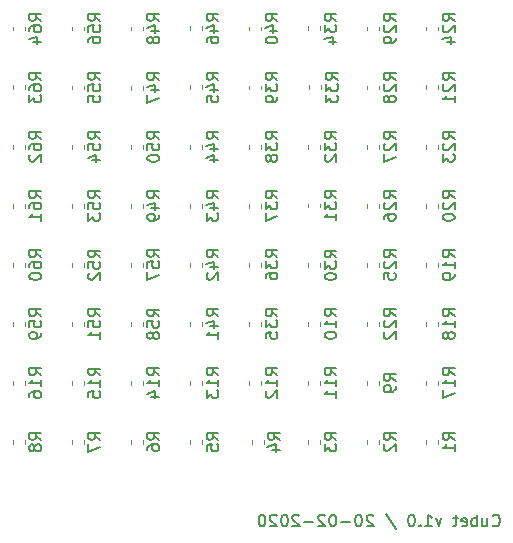
<source format=gbo>
G04 #@! TF.GenerationSoftware,KiCad,Pcbnew,5.1.5*
G04 #@! TF.CreationDate,2020-02-20T21:28:11+01:00*
G04 #@! TF.ProjectId,cubet_leds,63756265-745f-46c6-9564-732e6b696361,rev?*
G04 #@! TF.SameCoordinates,Original*
G04 #@! TF.FileFunction,Legend,Bot*
G04 #@! TF.FilePolarity,Positive*
%FSLAX46Y46*%
G04 Gerber Fmt 4.6, Leading zero omitted, Abs format (unit mm)*
G04 Created by KiCad (PCBNEW 5.1.5) date 2020-02-20 21:28:11*
%MOMM*%
%LPD*%
G04 APERTURE LIST*
%ADD10C,0.150000*%
%ADD11C,0.120000*%
G04 APERTURE END LIST*
D10*
X99095238Y-99557142D02*
X99142857Y-99604761D01*
X99285714Y-99652380D01*
X99380952Y-99652380D01*
X99523809Y-99604761D01*
X99619047Y-99509523D01*
X99666666Y-99414285D01*
X99714285Y-99223809D01*
X99714285Y-99080952D01*
X99666666Y-98890476D01*
X99619047Y-98795238D01*
X99523809Y-98700000D01*
X99380952Y-98652380D01*
X99285714Y-98652380D01*
X99142857Y-98700000D01*
X99095238Y-98747619D01*
X98238095Y-98985714D02*
X98238095Y-99652380D01*
X98666666Y-98985714D02*
X98666666Y-99509523D01*
X98619047Y-99604761D01*
X98523809Y-99652380D01*
X98380952Y-99652380D01*
X98285714Y-99604761D01*
X98238095Y-99557142D01*
X97761904Y-99652380D02*
X97761904Y-98652380D01*
X97761904Y-99033333D02*
X97666666Y-98985714D01*
X97476190Y-98985714D01*
X97380952Y-99033333D01*
X97333333Y-99080952D01*
X97285714Y-99176190D01*
X97285714Y-99461904D01*
X97333333Y-99557142D01*
X97380952Y-99604761D01*
X97476190Y-99652380D01*
X97666666Y-99652380D01*
X97761904Y-99604761D01*
X96476190Y-99604761D02*
X96571428Y-99652380D01*
X96761904Y-99652380D01*
X96857142Y-99604761D01*
X96904761Y-99509523D01*
X96904761Y-99128571D01*
X96857142Y-99033333D01*
X96761904Y-98985714D01*
X96571428Y-98985714D01*
X96476190Y-99033333D01*
X96428571Y-99128571D01*
X96428571Y-99223809D01*
X96904761Y-99319047D01*
X96142857Y-98985714D02*
X95761904Y-98985714D01*
X96000000Y-98652380D02*
X96000000Y-99509523D01*
X95952380Y-99604761D01*
X95857142Y-99652380D01*
X95761904Y-99652380D01*
X94761904Y-98985714D02*
X94523809Y-99652380D01*
X94285714Y-98985714D01*
X93380952Y-99652380D02*
X93952380Y-99652380D01*
X93666666Y-99652380D02*
X93666666Y-98652380D01*
X93761904Y-98795238D01*
X93857142Y-98890476D01*
X93952380Y-98938095D01*
X92952380Y-99557142D02*
X92904761Y-99604761D01*
X92952380Y-99652380D01*
X93000000Y-99604761D01*
X92952380Y-99557142D01*
X92952380Y-99652380D01*
X92285714Y-98652380D02*
X92190476Y-98652380D01*
X92095238Y-98700000D01*
X92047619Y-98747619D01*
X92000000Y-98842857D01*
X91952380Y-99033333D01*
X91952380Y-99271428D01*
X92000000Y-99461904D01*
X92047619Y-99557142D01*
X92095238Y-99604761D01*
X92190476Y-99652380D01*
X92285714Y-99652380D01*
X92380952Y-99604761D01*
X92428571Y-99557142D01*
X92476190Y-99461904D01*
X92523809Y-99271428D01*
X92523809Y-99033333D01*
X92476190Y-98842857D01*
X92428571Y-98747619D01*
X92380952Y-98700000D01*
X92285714Y-98652380D01*
X90047619Y-98604761D02*
X90904761Y-99890476D01*
X89000000Y-98747619D02*
X88952380Y-98700000D01*
X88857142Y-98652380D01*
X88619047Y-98652380D01*
X88523809Y-98700000D01*
X88476190Y-98747619D01*
X88428571Y-98842857D01*
X88428571Y-98938095D01*
X88476190Y-99080952D01*
X89047619Y-99652380D01*
X88428571Y-99652380D01*
X87809523Y-98652380D02*
X87714285Y-98652380D01*
X87619047Y-98700000D01*
X87571428Y-98747619D01*
X87523809Y-98842857D01*
X87476190Y-99033333D01*
X87476190Y-99271428D01*
X87523809Y-99461904D01*
X87571428Y-99557142D01*
X87619047Y-99604761D01*
X87714285Y-99652380D01*
X87809523Y-99652380D01*
X87904761Y-99604761D01*
X87952380Y-99557142D01*
X88000000Y-99461904D01*
X88047619Y-99271428D01*
X88047619Y-99033333D01*
X88000000Y-98842857D01*
X87952380Y-98747619D01*
X87904761Y-98700000D01*
X87809523Y-98652380D01*
X87047619Y-99271428D02*
X86285714Y-99271428D01*
X85619047Y-98652380D02*
X85523809Y-98652380D01*
X85428571Y-98700000D01*
X85380952Y-98747619D01*
X85333333Y-98842857D01*
X85285714Y-99033333D01*
X85285714Y-99271428D01*
X85333333Y-99461904D01*
X85380952Y-99557142D01*
X85428571Y-99604761D01*
X85523809Y-99652380D01*
X85619047Y-99652380D01*
X85714285Y-99604761D01*
X85761904Y-99557142D01*
X85809523Y-99461904D01*
X85857142Y-99271428D01*
X85857142Y-99033333D01*
X85809523Y-98842857D01*
X85761904Y-98747619D01*
X85714285Y-98700000D01*
X85619047Y-98652380D01*
X84904761Y-98747619D02*
X84857142Y-98700000D01*
X84761904Y-98652380D01*
X84523809Y-98652380D01*
X84428571Y-98700000D01*
X84380952Y-98747619D01*
X84333333Y-98842857D01*
X84333333Y-98938095D01*
X84380952Y-99080952D01*
X84952380Y-99652380D01*
X84333333Y-99652380D01*
X83904761Y-99271428D02*
X83142857Y-99271428D01*
X82714285Y-98747619D02*
X82666666Y-98700000D01*
X82571428Y-98652380D01*
X82333333Y-98652380D01*
X82238095Y-98700000D01*
X82190476Y-98747619D01*
X82142857Y-98842857D01*
X82142857Y-98938095D01*
X82190476Y-99080952D01*
X82761904Y-99652380D01*
X82142857Y-99652380D01*
X81523809Y-98652380D02*
X81428571Y-98652380D01*
X81333333Y-98700000D01*
X81285714Y-98747619D01*
X81238095Y-98842857D01*
X81190476Y-99033333D01*
X81190476Y-99271428D01*
X81238095Y-99461904D01*
X81285714Y-99557142D01*
X81333333Y-99604761D01*
X81428571Y-99652380D01*
X81523809Y-99652380D01*
X81619047Y-99604761D01*
X81666666Y-99557142D01*
X81714285Y-99461904D01*
X81761904Y-99271428D01*
X81761904Y-99033333D01*
X81714285Y-98842857D01*
X81666666Y-98747619D01*
X81619047Y-98700000D01*
X81523809Y-98652380D01*
X80809523Y-98747619D02*
X80761904Y-98700000D01*
X80666666Y-98652380D01*
X80428571Y-98652380D01*
X80333333Y-98700000D01*
X80285714Y-98747619D01*
X80238095Y-98842857D01*
X80238095Y-98938095D01*
X80285714Y-99080952D01*
X80857142Y-99652380D01*
X80238095Y-99652380D01*
X79619047Y-98652380D02*
X79523809Y-98652380D01*
X79428571Y-98700000D01*
X79380952Y-98747619D01*
X79333333Y-98842857D01*
X79285714Y-99033333D01*
X79285714Y-99271428D01*
X79333333Y-99461904D01*
X79380952Y-99557142D01*
X79428571Y-99604761D01*
X79523809Y-99652380D01*
X79619047Y-99652380D01*
X79714285Y-99604761D01*
X79761904Y-99557142D01*
X79809523Y-99461904D01*
X79857142Y-99271428D01*
X79857142Y-99033333D01*
X79809523Y-98842857D01*
X79761904Y-98747619D01*
X79714285Y-98700000D01*
X79619047Y-98652380D01*
D11*
X58490000Y-57662779D02*
X58490000Y-57337221D01*
X59510000Y-57662779D02*
X59510000Y-57337221D01*
X58490000Y-62650279D02*
X58490000Y-62324721D01*
X59510000Y-62650279D02*
X59510000Y-62324721D01*
X58490000Y-67662779D02*
X58490000Y-67337221D01*
X59510000Y-67662779D02*
X59510000Y-67337221D01*
X58490000Y-72662779D02*
X58490000Y-72337221D01*
X59510000Y-72662779D02*
X59510000Y-72337221D01*
X58490000Y-77662779D02*
X58490000Y-77337221D01*
X59510000Y-77662779D02*
X59510000Y-77337221D01*
X58490000Y-82662779D02*
X58490000Y-82337221D01*
X59510000Y-82662779D02*
X59510000Y-82337221D01*
X68490000Y-82675279D02*
X68490000Y-82349721D01*
X69510000Y-82675279D02*
X69510000Y-82349721D01*
X68490000Y-77650279D02*
X68490000Y-77324721D01*
X69510000Y-77650279D02*
X69510000Y-77324721D01*
X63490000Y-57662779D02*
X63490000Y-57337221D01*
X64510000Y-57662779D02*
X64510000Y-57337221D01*
X63490000Y-62662779D02*
X63490000Y-62337221D01*
X64510000Y-62662779D02*
X64510000Y-62337221D01*
X63490000Y-67662779D02*
X63490000Y-67337221D01*
X64510000Y-67662779D02*
X64510000Y-67337221D01*
X63490000Y-72662779D02*
X63490000Y-72337221D01*
X64510000Y-72662779D02*
X64510000Y-72337221D01*
X63490000Y-77675279D02*
X63490000Y-77349721D01*
X64510000Y-77675279D02*
X64510000Y-77349721D01*
X63490000Y-82662779D02*
X63490000Y-82337221D01*
X64510000Y-82662779D02*
X64510000Y-82337221D01*
X68490000Y-67662779D02*
X68490000Y-67337221D01*
X69510000Y-67662779D02*
X69510000Y-67337221D01*
X68490000Y-72662779D02*
X68490000Y-72337221D01*
X69510000Y-72662779D02*
X69510000Y-72337221D01*
X68490000Y-57662779D02*
X68490000Y-57337221D01*
X69510000Y-57662779D02*
X69510000Y-57337221D01*
X68490000Y-62675279D02*
X68490000Y-62349721D01*
X69510000Y-62675279D02*
X69510000Y-62349721D01*
X73490000Y-57650279D02*
X73490000Y-57324721D01*
X74510000Y-57650279D02*
X74510000Y-57324721D01*
X73490000Y-62650279D02*
X73490000Y-62324721D01*
X74510000Y-62650279D02*
X74510000Y-62324721D01*
X73490000Y-67662779D02*
X73490000Y-67337221D01*
X74510000Y-67662779D02*
X74510000Y-67337221D01*
X73490000Y-72662779D02*
X73490000Y-72337221D01*
X74510000Y-72662779D02*
X74510000Y-72337221D01*
X73490000Y-77662779D02*
X73490000Y-77337221D01*
X74510000Y-77662779D02*
X74510000Y-77337221D01*
X73490000Y-82650279D02*
X73490000Y-82324721D01*
X74510000Y-82650279D02*
X74510000Y-82324721D01*
X78490000Y-57662779D02*
X78490000Y-57337221D01*
X79510000Y-57662779D02*
X79510000Y-57337221D01*
X78490000Y-62662779D02*
X78490000Y-62337221D01*
X79510000Y-62662779D02*
X79510000Y-62337221D01*
X78490000Y-67662779D02*
X78490000Y-67337221D01*
X79510000Y-67662779D02*
X79510000Y-67337221D01*
X78490000Y-72662779D02*
X78490000Y-72337221D01*
X79510000Y-72662779D02*
X79510000Y-72337221D01*
X78490000Y-77650279D02*
X78490000Y-77324721D01*
X79510000Y-77650279D02*
X79510000Y-77324721D01*
X78490000Y-82662779D02*
X78490000Y-82337221D01*
X79510000Y-82662779D02*
X79510000Y-82337221D01*
X83490000Y-57650279D02*
X83490000Y-57324721D01*
X84510000Y-57650279D02*
X84510000Y-57324721D01*
X83590000Y-62650279D02*
X83590000Y-62324721D01*
X84610000Y-62650279D02*
X84610000Y-62324721D01*
X83490000Y-67662779D02*
X83490000Y-67337221D01*
X84510000Y-67662779D02*
X84510000Y-67337221D01*
X83490000Y-72650279D02*
X83490000Y-72324721D01*
X84510000Y-72650279D02*
X84510000Y-72324721D01*
X83490000Y-77675279D02*
X83490000Y-77349721D01*
X84510000Y-77675279D02*
X84510000Y-77349721D01*
X88490000Y-57662779D02*
X88490000Y-57337221D01*
X89510000Y-57662779D02*
X89510000Y-57337221D01*
X88490000Y-62662779D02*
X88490000Y-62337221D01*
X89510000Y-62662779D02*
X89510000Y-62337221D01*
X88490000Y-67662779D02*
X88490000Y-67337221D01*
X89510000Y-67662779D02*
X89510000Y-67337221D01*
X88490000Y-72662779D02*
X88490000Y-72337221D01*
X89510000Y-72662779D02*
X89510000Y-72337221D01*
X88490000Y-77662779D02*
X88490000Y-77337221D01*
X89510000Y-77662779D02*
X89510000Y-77337221D01*
X93490000Y-57662779D02*
X93490000Y-57337221D01*
X94510000Y-57662779D02*
X94510000Y-57337221D01*
X93490000Y-67662779D02*
X93490000Y-67337221D01*
X94510000Y-67662779D02*
X94510000Y-67337221D01*
X88490000Y-82662779D02*
X88490000Y-82337221D01*
X89510000Y-82662779D02*
X89510000Y-82337221D01*
X93490000Y-62650279D02*
X93490000Y-62324721D01*
X94510000Y-62650279D02*
X94510000Y-62324721D01*
X94510000Y-72662779D02*
X94510000Y-72337221D01*
X93490000Y-72662779D02*
X93490000Y-72337221D01*
X94510000Y-77662779D02*
X94510000Y-77337221D01*
X93490000Y-77662779D02*
X93490000Y-77337221D01*
X94510000Y-82662779D02*
X94510000Y-82337221D01*
X93490000Y-82662779D02*
X93490000Y-82337221D01*
X94510000Y-87650279D02*
X94510000Y-87324721D01*
X93490000Y-87650279D02*
X93490000Y-87324721D01*
X58490000Y-87662779D02*
X58490000Y-87337221D01*
X59510000Y-87662779D02*
X59510000Y-87337221D01*
X63490000Y-87675279D02*
X63490000Y-87349721D01*
X64510000Y-87675279D02*
X64510000Y-87349721D01*
X68490000Y-87662779D02*
X68490000Y-87337221D01*
X69510000Y-87662779D02*
X69510000Y-87337221D01*
X73490000Y-87662779D02*
X73490000Y-87337221D01*
X74510000Y-87662779D02*
X74510000Y-87337221D01*
X78490000Y-87662779D02*
X78490000Y-87337221D01*
X79510000Y-87662779D02*
X79510000Y-87337221D01*
X83490000Y-87662779D02*
X83490000Y-87337221D01*
X84510000Y-87662779D02*
X84510000Y-87337221D01*
X83490000Y-82650279D02*
X83490000Y-82324721D01*
X84510000Y-82650279D02*
X84510000Y-82324721D01*
X88490000Y-87662779D02*
X88490000Y-87337221D01*
X89510000Y-87662779D02*
X89510000Y-87337221D01*
X58490000Y-92662779D02*
X58490000Y-92337221D01*
X59510000Y-92662779D02*
X59510000Y-92337221D01*
X63490000Y-92662779D02*
X63490000Y-92337221D01*
X64510000Y-92662779D02*
X64510000Y-92337221D01*
X68490000Y-92650279D02*
X68490000Y-92324721D01*
X69510000Y-92650279D02*
X69510000Y-92324721D01*
X73490000Y-92662779D02*
X73490000Y-92337221D01*
X74510000Y-92662779D02*
X74510000Y-92337221D01*
X78690000Y-92662779D02*
X78690000Y-92337221D01*
X79710000Y-92662779D02*
X79710000Y-92337221D01*
X83490000Y-92662779D02*
X83490000Y-92337221D01*
X84510000Y-92662779D02*
X84510000Y-92337221D01*
X88490000Y-92650279D02*
X88490000Y-92324721D01*
X89510000Y-92650279D02*
X89510000Y-92324721D01*
X93490000Y-92662779D02*
X93490000Y-92337221D01*
X94510000Y-92662779D02*
X94510000Y-92337221D01*
D10*
X60882380Y-56857142D02*
X60406190Y-56523809D01*
X60882380Y-56285714D02*
X59882380Y-56285714D01*
X59882380Y-56666666D01*
X59930000Y-56761904D01*
X59977619Y-56809523D01*
X60072857Y-56857142D01*
X60215714Y-56857142D01*
X60310952Y-56809523D01*
X60358571Y-56761904D01*
X60406190Y-56666666D01*
X60406190Y-56285714D01*
X59882380Y-57714285D02*
X59882380Y-57523809D01*
X59930000Y-57428571D01*
X59977619Y-57380952D01*
X60120476Y-57285714D01*
X60310952Y-57238095D01*
X60691904Y-57238095D01*
X60787142Y-57285714D01*
X60834761Y-57333333D01*
X60882380Y-57428571D01*
X60882380Y-57619047D01*
X60834761Y-57714285D01*
X60787142Y-57761904D01*
X60691904Y-57809523D01*
X60453809Y-57809523D01*
X60358571Y-57761904D01*
X60310952Y-57714285D01*
X60263333Y-57619047D01*
X60263333Y-57428571D01*
X60310952Y-57333333D01*
X60358571Y-57285714D01*
X60453809Y-57238095D01*
X60215714Y-58666666D02*
X60882380Y-58666666D01*
X59834761Y-58428571D02*
X60549047Y-58190476D01*
X60549047Y-58809523D01*
X60882380Y-61844642D02*
X60406190Y-61511309D01*
X60882380Y-61273214D02*
X59882380Y-61273214D01*
X59882380Y-61654166D01*
X59930000Y-61749404D01*
X59977619Y-61797023D01*
X60072857Y-61844642D01*
X60215714Y-61844642D01*
X60310952Y-61797023D01*
X60358571Y-61749404D01*
X60406190Y-61654166D01*
X60406190Y-61273214D01*
X59882380Y-62701785D02*
X59882380Y-62511309D01*
X59930000Y-62416071D01*
X59977619Y-62368452D01*
X60120476Y-62273214D01*
X60310952Y-62225595D01*
X60691904Y-62225595D01*
X60787142Y-62273214D01*
X60834761Y-62320833D01*
X60882380Y-62416071D01*
X60882380Y-62606547D01*
X60834761Y-62701785D01*
X60787142Y-62749404D01*
X60691904Y-62797023D01*
X60453809Y-62797023D01*
X60358571Y-62749404D01*
X60310952Y-62701785D01*
X60263333Y-62606547D01*
X60263333Y-62416071D01*
X60310952Y-62320833D01*
X60358571Y-62273214D01*
X60453809Y-62225595D01*
X59882380Y-63130357D02*
X59882380Y-63749404D01*
X60263333Y-63416071D01*
X60263333Y-63558928D01*
X60310952Y-63654166D01*
X60358571Y-63701785D01*
X60453809Y-63749404D01*
X60691904Y-63749404D01*
X60787142Y-63701785D01*
X60834761Y-63654166D01*
X60882380Y-63558928D01*
X60882380Y-63273214D01*
X60834761Y-63177976D01*
X60787142Y-63130357D01*
X60882380Y-66857142D02*
X60406190Y-66523809D01*
X60882380Y-66285714D02*
X59882380Y-66285714D01*
X59882380Y-66666666D01*
X59930000Y-66761904D01*
X59977619Y-66809523D01*
X60072857Y-66857142D01*
X60215714Y-66857142D01*
X60310952Y-66809523D01*
X60358571Y-66761904D01*
X60406190Y-66666666D01*
X60406190Y-66285714D01*
X59882380Y-67714285D02*
X59882380Y-67523809D01*
X59930000Y-67428571D01*
X59977619Y-67380952D01*
X60120476Y-67285714D01*
X60310952Y-67238095D01*
X60691904Y-67238095D01*
X60787142Y-67285714D01*
X60834761Y-67333333D01*
X60882380Y-67428571D01*
X60882380Y-67619047D01*
X60834761Y-67714285D01*
X60787142Y-67761904D01*
X60691904Y-67809523D01*
X60453809Y-67809523D01*
X60358571Y-67761904D01*
X60310952Y-67714285D01*
X60263333Y-67619047D01*
X60263333Y-67428571D01*
X60310952Y-67333333D01*
X60358571Y-67285714D01*
X60453809Y-67238095D01*
X59977619Y-68190476D02*
X59930000Y-68238095D01*
X59882380Y-68333333D01*
X59882380Y-68571428D01*
X59930000Y-68666666D01*
X59977619Y-68714285D01*
X60072857Y-68761904D01*
X60168095Y-68761904D01*
X60310952Y-68714285D01*
X60882380Y-68142857D01*
X60882380Y-68761904D01*
X60882380Y-71857142D02*
X60406190Y-71523809D01*
X60882380Y-71285714D02*
X59882380Y-71285714D01*
X59882380Y-71666666D01*
X59930000Y-71761904D01*
X59977619Y-71809523D01*
X60072857Y-71857142D01*
X60215714Y-71857142D01*
X60310952Y-71809523D01*
X60358571Y-71761904D01*
X60406190Y-71666666D01*
X60406190Y-71285714D01*
X59882380Y-72714285D02*
X59882380Y-72523809D01*
X59930000Y-72428571D01*
X59977619Y-72380952D01*
X60120476Y-72285714D01*
X60310952Y-72238095D01*
X60691904Y-72238095D01*
X60787142Y-72285714D01*
X60834761Y-72333333D01*
X60882380Y-72428571D01*
X60882380Y-72619047D01*
X60834761Y-72714285D01*
X60787142Y-72761904D01*
X60691904Y-72809523D01*
X60453809Y-72809523D01*
X60358571Y-72761904D01*
X60310952Y-72714285D01*
X60263333Y-72619047D01*
X60263333Y-72428571D01*
X60310952Y-72333333D01*
X60358571Y-72285714D01*
X60453809Y-72238095D01*
X60882380Y-73761904D02*
X60882380Y-73190476D01*
X60882380Y-73476190D02*
X59882380Y-73476190D01*
X60025238Y-73380952D01*
X60120476Y-73285714D01*
X60168095Y-73190476D01*
X60882380Y-76857142D02*
X60406190Y-76523809D01*
X60882380Y-76285714D02*
X59882380Y-76285714D01*
X59882380Y-76666666D01*
X59930000Y-76761904D01*
X59977619Y-76809523D01*
X60072857Y-76857142D01*
X60215714Y-76857142D01*
X60310952Y-76809523D01*
X60358571Y-76761904D01*
X60406190Y-76666666D01*
X60406190Y-76285714D01*
X59882380Y-77714285D02*
X59882380Y-77523809D01*
X59930000Y-77428571D01*
X59977619Y-77380952D01*
X60120476Y-77285714D01*
X60310952Y-77238095D01*
X60691904Y-77238095D01*
X60787142Y-77285714D01*
X60834761Y-77333333D01*
X60882380Y-77428571D01*
X60882380Y-77619047D01*
X60834761Y-77714285D01*
X60787142Y-77761904D01*
X60691904Y-77809523D01*
X60453809Y-77809523D01*
X60358571Y-77761904D01*
X60310952Y-77714285D01*
X60263333Y-77619047D01*
X60263333Y-77428571D01*
X60310952Y-77333333D01*
X60358571Y-77285714D01*
X60453809Y-77238095D01*
X59882380Y-78428571D02*
X59882380Y-78523809D01*
X59930000Y-78619047D01*
X59977619Y-78666666D01*
X60072857Y-78714285D01*
X60263333Y-78761904D01*
X60501428Y-78761904D01*
X60691904Y-78714285D01*
X60787142Y-78666666D01*
X60834761Y-78619047D01*
X60882380Y-78523809D01*
X60882380Y-78428571D01*
X60834761Y-78333333D01*
X60787142Y-78285714D01*
X60691904Y-78238095D01*
X60501428Y-78190476D01*
X60263333Y-78190476D01*
X60072857Y-78238095D01*
X59977619Y-78285714D01*
X59930000Y-78333333D01*
X59882380Y-78428571D01*
X60882380Y-81857142D02*
X60406190Y-81523809D01*
X60882380Y-81285714D02*
X59882380Y-81285714D01*
X59882380Y-81666666D01*
X59930000Y-81761904D01*
X59977619Y-81809523D01*
X60072857Y-81857142D01*
X60215714Y-81857142D01*
X60310952Y-81809523D01*
X60358571Y-81761904D01*
X60406190Y-81666666D01*
X60406190Y-81285714D01*
X59882380Y-82761904D02*
X59882380Y-82285714D01*
X60358571Y-82238095D01*
X60310952Y-82285714D01*
X60263333Y-82380952D01*
X60263333Y-82619047D01*
X60310952Y-82714285D01*
X60358571Y-82761904D01*
X60453809Y-82809523D01*
X60691904Y-82809523D01*
X60787142Y-82761904D01*
X60834761Y-82714285D01*
X60882380Y-82619047D01*
X60882380Y-82380952D01*
X60834761Y-82285714D01*
X60787142Y-82238095D01*
X60882380Y-83285714D02*
X60882380Y-83476190D01*
X60834761Y-83571428D01*
X60787142Y-83619047D01*
X60644285Y-83714285D01*
X60453809Y-83761904D01*
X60072857Y-83761904D01*
X59977619Y-83714285D01*
X59930000Y-83666666D01*
X59882380Y-83571428D01*
X59882380Y-83380952D01*
X59930000Y-83285714D01*
X59977619Y-83238095D01*
X60072857Y-83190476D01*
X60310952Y-83190476D01*
X60406190Y-83238095D01*
X60453809Y-83285714D01*
X60501428Y-83380952D01*
X60501428Y-83571428D01*
X60453809Y-83666666D01*
X60406190Y-83714285D01*
X60310952Y-83761904D01*
X70882380Y-81869642D02*
X70406190Y-81536309D01*
X70882380Y-81298214D02*
X69882380Y-81298214D01*
X69882380Y-81679166D01*
X69930000Y-81774404D01*
X69977619Y-81822023D01*
X70072857Y-81869642D01*
X70215714Y-81869642D01*
X70310952Y-81822023D01*
X70358571Y-81774404D01*
X70406190Y-81679166D01*
X70406190Y-81298214D01*
X69882380Y-82774404D02*
X69882380Y-82298214D01*
X70358571Y-82250595D01*
X70310952Y-82298214D01*
X70263333Y-82393452D01*
X70263333Y-82631547D01*
X70310952Y-82726785D01*
X70358571Y-82774404D01*
X70453809Y-82822023D01*
X70691904Y-82822023D01*
X70787142Y-82774404D01*
X70834761Y-82726785D01*
X70882380Y-82631547D01*
X70882380Y-82393452D01*
X70834761Y-82298214D01*
X70787142Y-82250595D01*
X70310952Y-83393452D02*
X70263333Y-83298214D01*
X70215714Y-83250595D01*
X70120476Y-83202976D01*
X70072857Y-83202976D01*
X69977619Y-83250595D01*
X69930000Y-83298214D01*
X69882380Y-83393452D01*
X69882380Y-83583928D01*
X69930000Y-83679166D01*
X69977619Y-83726785D01*
X70072857Y-83774404D01*
X70120476Y-83774404D01*
X70215714Y-83726785D01*
X70263333Y-83679166D01*
X70310952Y-83583928D01*
X70310952Y-83393452D01*
X70358571Y-83298214D01*
X70406190Y-83250595D01*
X70501428Y-83202976D01*
X70691904Y-83202976D01*
X70787142Y-83250595D01*
X70834761Y-83298214D01*
X70882380Y-83393452D01*
X70882380Y-83583928D01*
X70834761Y-83679166D01*
X70787142Y-83726785D01*
X70691904Y-83774404D01*
X70501428Y-83774404D01*
X70406190Y-83726785D01*
X70358571Y-83679166D01*
X70310952Y-83583928D01*
X70882380Y-76844642D02*
X70406190Y-76511309D01*
X70882380Y-76273214D02*
X69882380Y-76273214D01*
X69882380Y-76654166D01*
X69930000Y-76749404D01*
X69977619Y-76797023D01*
X70072857Y-76844642D01*
X70215714Y-76844642D01*
X70310952Y-76797023D01*
X70358571Y-76749404D01*
X70406190Y-76654166D01*
X70406190Y-76273214D01*
X69882380Y-77749404D02*
X69882380Y-77273214D01*
X70358571Y-77225595D01*
X70310952Y-77273214D01*
X70263333Y-77368452D01*
X70263333Y-77606547D01*
X70310952Y-77701785D01*
X70358571Y-77749404D01*
X70453809Y-77797023D01*
X70691904Y-77797023D01*
X70787142Y-77749404D01*
X70834761Y-77701785D01*
X70882380Y-77606547D01*
X70882380Y-77368452D01*
X70834761Y-77273214D01*
X70787142Y-77225595D01*
X69882380Y-78130357D02*
X69882380Y-78797023D01*
X70882380Y-78368452D01*
X65882380Y-56857142D02*
X65406190Y-56523809D01*
X65882380Y-56285714D02*
X64882380Y-56285714D01*
X64882380Y-56666666D01*
X64930000Y-56761904D01*
X64977619Y-56809523D01*
X65072857Y-56857142D01*
X65215714Y-56857142D01*
X65310952Y-56809523D01*
X65358571Y-56761904D01*
X65406190Y-56666666D01*
X65406190Y-56285714D01*
X64882380Y-57761904D02*
X64882380Y-57285714D01*
X65358571Y-57238095D01*
X65310952Y-57285714D01*
X65263333Y-57380952D01*
X65263333Y-57619047D01*
X65310952Y-57714285D01*
X65358571Y-57761904D01*
X65453809Y-57809523D01*
X65691904Y-57809523D01*
X65787142Y-57761904D01*
X65834761Y-57714285D01*
X65882380Y-57619047D01*
X65882380Y-57380952D01*
X65834761Y-57285714D01*
X65787142Y-57238095D01*
X64882380Y-58666666D02*
X64882380Y-58476190D01*
X64930000Y-58380952D01*
X64977619Y-58333333D01*
X65120476Y-58238095D01*
X65310952Y-58190476D01*
X65691904Y-58190476D01*
X65787142Y-58238095D01*
X65834761Y-58285714D01*
X65882380Y-58380952D01*
X65882380Y-58571428D01*
X65834761Y-58666666D01*
X65787142Y-58714285D01*
X65691904Y-58761904D01*
X65453809Y-58761904D01*
X65358571Y-58714285D01*
X65310952Y-58666666D01*
X65263333Y-58571428D01*
X65263333Y-58380952D01*
X65310952Y-58285714D01*
X65358571Y-58238095D01*
X65453809Y-58190476D01*
X65882380Y-61857142D02*
X65406190Y-61523809D01*
X65882380Y-61285714D02*
X64882380Y-61285714D01*
X64882380Y-61666666D01*
X64930000Y-61761904D01*
X64977619Y-61809523D01*
X65072857Y-61857142D01*
X65215714Y-61857142D01*
X65310952Y-61809523D01*
X65358571Y-61761904D01*
X65406190Y-61666666D01*
X65406190Y-61285714D01*
X64882380Y-62761904D02*
X64882380Y-62285714D01*
X65358571Y-62238095D01*
X65310952Y-62285714D01*
X65263333Y-62380952D01*
X65263333Y-62619047D01*
X65310952Y-62714285D01*
X65358571Y-62761904D01*
X65453809Y-62809523D01*
X65691904Y-62809523D01*
X65787142Y-62761904D01*
X65834761Y-62714285D01*
X65882380Y-62619047D01*
X65882380Y-62380952D01*
X65834761Y-62285714D01*
X65787142Y-62238095D01*
X64882380Y-63714285D02*
X64882380Y-63238095D01*
X65358571Y-63190476D01*
X65310952Y-63238095D01*
X65263333Y-63333333D01*
X65263333Y-63571428D01*
X65310952Y-63666666D01*
X65358571Y-63714285D01*
X65453809Y-63761904D01*
X65691904Y-63761904D01*
X65787142Y-63714285D01*
X65834761Y-63666666D01*
X65882380Y-63571428D01*
X65882380Y-63333333D01*
X65834761Y-63238095D01*
X65787142Y-63190476D01*
X65882380Y-66857142D02*
X65406190Y-66523809D01*
X65882380Y-66285714D02*
X64882380Y-66285714D01*
X64882380Y-66666666D01*
X64930000Y-66761904D01*
X64977619Y-66809523D01*
X65072857Y-66857142D01*
X65215714Y-66857142D01*
X65310952Y-66809523D01*
X65358571Y-66761904D01*
X65406190Y-66666666D01*
X65406190Y-66285714D01*
X64882380Y-67761904D02*
X64882380Y-67285714D01*
X65358571Y-67238095D01*
X65310952Y-67285714D01*
X65263333Y-67380952D01*
X65263333Y-67619047D01*
X65310952Y-67714285D01*
X65358571Y-67761904D01*
X65453809Y-67809523D01*
X65691904Y-67809523D01*
X65787142Y-67761904D01*
X65834761Y-67714285D01*
X65882380Y-67619047D01*
X65882380Y-67380952D01*
X65834761Y-67285714D01*
X65787142Y-67238095D01*
X65215714Y-68666666D02*
X65882380Y-68666666D01*
X64834761Y-68428571D02*
X65549047Y-68190476D01*
X65549047Y-68809523D01*
X65882380Y-71857142D02*
X65406190Y-71523809D01*
X65882380Y-71285714D02*
X64882380Y-71285714D01*
X64882380Y-71666666D01*
X64930000Y-71761904D01*
X64977619Y-71809523D01*
X65072857Y-71857142D01*
X65215714Y-71857142D01*
X65310952Y-71809523D01*
X65358571Y-71761904D01*
X65406190Y-71666666D01*
X65406190Y-71285714D01*
X64882380Y-72761904D02*
X64882380Y-72285714D01*
X65358571Y-72238095D01*
X65310952Y-72285714D01*
X65263333Y-72380952D01*
X65263333Y-72619047D01*
X65310952Y-72714285D01*
X65358571Y-72761904D01*
X65453809Y-72809523D01*
X65691904Y-72809523D01*
X65787142Y-72761904D01*
X65834761Y-72714285D01*
X65882380Y-72619047D01*
X65882380Y-72380952D01*
X65834761Y-72285714D01*
X65787142Y-72238095D01*
X64882380Y-73142857D02*
X64882380Y-73761904D01*
X65263333Y-73428571D01*
X65263333Y-73571428D01*
X65310952Y-73666666D01*
X65358571Y-73714285D01*
X65453809Y-73761904D01*
X65691904Y-73761904D01*
X65787142Y-73714285D01*
X65834761Y-73666666D01*
X65882380Y-73571428D01*
X65882380Y-73285714D01*
X65834761Y-73190476D01*
X65787142Y-73142857D01*
X65882380Y-76869642D02*
X65406190Y-76536309D01*
X65882380Y-76298214D02*
X64882380Y-76298214D01*
X64882380Y-76679166D01*
X64930000Y-76774404D01*
X64977619Y-76822023D01*
X65072857Y-76869642D01*
X65215714Y-76869642D01*
X65310952Y-76822023D01*
X65358571Y-76774404D01*
X65406190Y-76679166D01*
X65406190Y-76298214D01*
X64882380Y-77774404D02*
X64882380Y-77298214D01*
X65358571Y-77250595D01*
X65310952Y-77298214D01*
X65263333Y-77393452D01*
X65263333Y-77631547D01*
X65310952Y-77726785D01*
X65358571Y-77774404D01*
X65453809Y-77822023D01*
X65691904Y-77822023D01*
X65787142Y-77774404D01*
X65834761Y-77726785D01*
X65882380Y-77631547D01*
X65882380Y-77393452D01*
X65834761Y-77298214D01*
X65787142Y-77250595D01*
X64977619Y-78202976D02*
X64930000Y-78250595D01*
X64882380Y-78345833D01*
X64882380Y-78583928D01*
X64930000Y-78679166D01*
X64977619Y-78726785D01*
X65072857Y-78774404D01*
X65168095Y-78774404D01*
X65310952Y-78726785D01*
X65882380Y-78155357D01*
X65882380Y-78774404D01*
X65882380Y-81857142D02*
X65406190Y-81523809D01*
X65882380Y-81285714D02*
X64882380Y-81285714D01*
X64882380Y-81666666D01*
X64930000Y-81761904D01*
X64977619Y-81809523D01*
X65072857Y-81857142D01*
X65215714Y-81857142D01*
X65310952Y-81809523D01*
X65358571Y-81761904D01*
X65406190Y-81666666D01*
X65406190Y-81285714D01*
X64882380Y-82761904D02*
X64882380Y-82285714D01*
X65358571Y-82238095D01*
X65310952Y-82285714D01*
X65263333Y-82380952D01*
X65263333Y-82619047D01*
X65310952Y-82714285D01*
X65358571Y-82761904D01*
X65453809Y-82809523D01*
X65691904Y-82809523D01*
X65787142Y-82761904D01*
X65834761Y-82714285D01*
X65882380Y-82619047D01*
X65882380Y-82380952D01*
X65834761Y-82285714D01*
X65787142Y-82238095D01*
X65882380Y-83761904D02*
X65882380Y-83190476D01*
X65882380Y-83476190D02*
X64882380Y-83476190D01*
X65025238Y-83380952D01*
X65120476Y-83285714D01*
X65168095Y-83190476D01*
X70882380Y-66857142D02*
X70406190Y-66523809D01*
X70882380Y-66285714D02*
X69882380Y-66285714D01*
X69882380Y-66666666D01*
X69930000Y-66761904D01*
X69977619Y-66809523D01*
X70072857Y-66857142D01*
X70215714Y-66857142D01*
X70310952Y-66809523D01*
X70358571Y-66761904D01*
X70406190Y-66666666D01*
X70406190Y-66285714D01*
X69882380Y-67761904D02*
X69882380Y-67285714D01*
X70358571Y-67238095D01*
X70310952Y-67285714D01*
X70263333Y-67380952D01*
X70263333Y-67619047D01*
X70310952Y-67714285D01*
X70358571Y-67761904D01*
X70453809Y-67809523D01*
X70691904Y-67809523D01*
X70787142Y-67761904D01*
X70834761Y-67714285D01*
X70882380Y-67619047D01*
X70882380Y-67380952D01*
X70834761Y-67285714D01*
X70787142Y-67238095D01*
X69882380Y-68428571D02*
X69882380Y-68523809D01*
X69930000Y-68619047D01*
X69977619Y-68666666D01*
X70072857Y-68714285D01*
X70263333Y-68761904D01*
X70501428Y-68761904D01*
X70691904Y-68714285D01*
X70787142Y-68666666D01*
X70834761Y-68619047D01*
X70882380Y-68523809D01*
X70882380Y-68428571D01*
X70834761Y-68333333D01*
X70787142Y-68285714D01*
X70691904Y-68238095D01*
X70501428Y-68190476D01*
X70263333Y-68190476D01*
X70072857Y-68238095D01*
X69977619Y-68285714D01*
X69930000Y-68333333D01*
X69882380Y-68428571D01*
X70882380Y-71857142D02*
X70406190Y-71523809D01*
X70882380Y-71285714D02*
X69882380Y-71285714D01*
X69882380Y-71666666D01*
X69930000Y-71761904D01*
X69977619Y-71809523D01*
X70072857Y-71857142D01*
X70215714Y-71857142D01*
X70310952Y-71809523D01*
X70358571Y-71761904D01*
X70406190Y-71666666D01*
X70406190Y-71285714D01*
X70215714Y-72714285D02*
X70882380Y-72714285D01*
X69834761Y-72476190D02*
X70549047Y-72238095D01*
X70549047Y-72857142D01*
X70882380Y-73285714D02*
X70882380Y-73476190D01*
X70834761Y-73571428D01*
X70787142Y-73619047D01*
X70644285Y-73714285D01*
X70453809Y-73761904D01*
X70072857Y-73761904D01*
X69977619Y-73714285D01*
X69930000Y-73666666D01*
X69882380Y-73571428D01*
X69882380Y-73380952D01*
X69930000Y-73285714D01*
X69977619Y-73238095D01*
X70072857Y-73190476D01*
X70310952Y-73190476D01*
X70406190Y-73238095D01*
X70453809Y-73285714D01*
X70501428Y-73380952D01*
X70501428Y-73571428D01*
X70453809Y-73666666D01*
X70406190Y-73714285D01*
X70310952Y-73761904D01*
X70882380Y-56857142D02*
X70406190Y-56523809D01*
X70882380Y-56285714D02*
X69882380Y-56285714D01*
X69882380Y-56666666D01*
X69930000Y-56761904D01*
X69977619Y-56809523D01*
X70072857Y-56857142D01*
X70215714Y-56857142D01*
X70310952Y-56809523D01*
X70358571Y-56761904D01*
X70406190Y-56666666D01*
X70406190Y-56285714D01*
X70215714Y-57714285D02*
X70882380Y-57714285D01*
X69834761Y-57476190D02*
X70549047Y-57238095D01*
X70549047Y-57857142D01*
X70310952Y-58380952D02*
X70263333Y-58285714D01*
X70215714Y-58238095D01*
X70120476Y-58190476D01*
X70072857Y-58190476D01*
X69977619Y-58238095D01*
X69930000Y-58285714D01*
X69882380Y-58380952D01*
X69882380Y-58571428D01*
X69930000Y-58666666D01*
X69977619Y-58714285D01*
X70072857Y-58761904D01*
X70120476Y-58761904D01*
X70215714Y-58714285D01*
X70263333Y-58666666D01*
X70310952Y-58571428D01*
X70310952Y-58380952D01*
X70358571Y-58285714D01*
X70406190Y-58238095D01*
X70501428Y-58190476D01*
X70691904Y-58190476D01*
X70787142Y-58238095D01*
X70834761Y-58285714D01*
X70882380Y-58380952D01*
X70882380Y-58571428D01*
X70834761Y-58666666D01*
X70787142Y-58714285D01*
X70691904Y-58761904D01*
X70501428Y-58761904D01*
X70406190Y-58714285D01*
X70358571Y-58666666D01*
X70310952Y-58571428D01*
X70882380Y-61869642D02*
X70406190Y-61536309D01*
X70882380Y-61298214D02*
X69882380Y-61298214D01*
X69882380Y-61679166D01*
X69930000Y-61774404D01*
X69977619Y-61822023D01*
X70072857Y-61869642D01*
X70215714Y-61869642D01*
X70310952Y-61822023D01*
X70358571Y-61774404D01*
X70406190Y-61679166D01*
X70406190Y-61298214D01*
X70215714Y-62726785D02*
X70882380Y-62726785D01*
X69834761Y-62488690D02*
X70549047Y-62250595D01*
X70549047Y-62869642D01*
X69882380Y-63155357D02*
X69882380Y-63822023D01*
X70882380Y-63393452D01*
X75882380Y-56844642D02*
X75406190Y-56511309D01*
X75882380Y-56273214D02*
X74882380Y-56273214D01*
X74882380Y-56654166D01*
X74930000Y-56749404D01*
X74977619Y-56797023D01*
X75072857Y-56844642D01*
X75215714Y-56844642D01*
X75310952Y-56797023D01*
X75358571Y-56749404D01*
X75406190Y-56654166D01*
X75406190Y-56273214D01*
X75215714Y-57701785D02*
X75882380Y-57701785D01*
X74834761Y-57463690D02*
X75549047Y-57225595D01*
X75549047Y-57844642D01*
X74882380Y-58654166D02*
X74882380Y-58463690D01*
X74930000Y-58368452D01*
X74977619Y-58320833D01*
X75120476Y-58225595D01*
X75310952Y-58177976D01*
X75691904Y-58177976D01*
X75787142Y-58225595D01*
X75834761Y-58273214D01*
X75882380Y-58368452D01*
X75882380Y-58558928D01*
X75834761Y-58654166D01*
X75787142Y-58701785D01*
X75691904Y-58749404D01*
X75453809Y-58749404D01*
X75358571Y-58701785D01*
X75310952Y-58654166D01*
X75263333Y-58558928D01*
X75263333Y-58368452D01*
X75310952Y-58273214D01*
X75358571Y-58225595D01*
X75453809Y-58177976D01*
X75882380Y-61844642D02*
X75406190Y-61511309D01*
X75882380Y-61273214D02*
X74882380Y-61273214D01*
X74882380Y-61654166D01*
X74930000Y-61749404D01*
X74977619Y-61797023D01*
X75072857Y-61844642D01*
X75215714Y-61844642D01*
X75310952Y-61797023D01*
X75358571Y-61749404D01*
X75406190Y-61654166D01*
X75406190Y-61273214D01*
X75215714Y-62701785D02*
X75882380Y-62701785D01*
X74834761Y-62463690D02*
X75549047Y-62225595D01*
X75549047Y-62844642D01*
X74882380Y-63701785D02*
X74882380Y-63225595D01*
X75358571Y-63177976D01*
X75310952Y-63225595D01*
X75263333Y-63320833D01*
X75263333Y-63558928D01*
X75310952Y-63654166D01*
X75358571Y-63701785D01*
X75453809Y-63749404D01*
X75691904Y-63749404D01*
X75787142Y-63701785D01*
X75834761Y-63654166D01*
X75882380Y-63558928D01*
X75882380Y-63320833D01*
X75834761Y-63225595D01*
X75787142Y-63177976D01*
X75882380Y-66857142D02*
X75406190Y-66523809D01*
X75882380Y-66285714D02*
X74882380Y-66285714D01*
X74882380Y-66666666D01*
X74930000Y-66761904D01*
X74977619Y-66809523D01*
X75072857Y-66857142D01*
X75215714Y-66857142D01*
X75310952Y-66809523D01*
X75358571Y-66761904D01*
X75406190Y-66666666D01*
X75406190Y-66285714D01*
X75215714Y-67714285D02*
X75882380Y-67714285D01*
X74834761Y-67476190D02*
X75549047Y-67238095D01*
X75549047Y-67857142D01*
X75215714Y-68666666D02*
X75882380Y-68666666D01*
X74834761Y-68428571D02*
X75549047Y-68190476D01*
X75549047Y-68809523D01*
X75882380Y-71857142D02*
X75406190Y-71523809D01*
X75882380Y-71285714D02*
X74882380Y-71285714D01*
X74882380Y-71666666D01*
X74930000Y-71761904D01*
X74977619Y-71809523D01*
X75072857Y-71857142D01*
X75215714Y-71857142D01*
X75310952Y-71809523D01*
X75358571Y-71761904D01*
X75406190Y-71666666D01*
X75406190Y-71285714D01*
X75215714Y-72714285D02*
X75882380Y-72714285D01*
X74834761Y-72476190D02*
X75549047Y-72238095D01*
X75549047Y-72857142D01*
X74882380Y-73142857D02*
X74882380Y-73761904D01*
X75263333Y-73428571D01*
X75263333Y-73571428D01*
X75310952Y-73666666D01*
X75358571Y-73714285D01*
X75453809Y-73761904D01*
X75691904Y-73761904D01*
X75787142Y-73714285D01*
X75834761Y-73666666D01*
X75882380Y-73571428D01*
X75882380Y-73285714D01*
X75834761Y-73190476D01*
X75787142Y-73142857D01*
X75882380Y-76857142D02*
X75406190Y-76523809D01*
X75882380Y-76285714D02*
X74882380Y-76285714D01*
X74882380Y-76666666D01*
X74930000Y-76761904D01*
X74977619Y-76809523D01*
X75072857Y-76857142D01*
X75215714Y-76857142D01*
X75310952Y-76809523D01*
X75358571Y-76761904D01*
X75406190Y-76666666D01*
X75406190Y-76285714D01*
X75215714Y-77714285D02*
X75882380Y-77714285D01*
X74834761Y-77476190D02*
X75549047Y-77238095D01*
X75549047Y-77857142D01*
X74977619Y-78190476D02*
X74930000Y-78238095D01*
X74882380Y-78333333D01*
X74882380Y-78571428D01*
X74930000Y-78666666D01*
X74977619Y-78714285D01*
X75072857Y-78761904D01*
X75168095Y-78761904D01*
X75310952Y-78714285D01*
X75882380Y-78142857D01*
X75882380Y-78761904D01*
X75882380Y-81844642D02*
X75406190Y-81511309D01*
X75882380Y-81273214D02*
X74882380Y-81273214D01*
X74882380Y-81654166D01*
X74930000Y-81749404D01*
X74977619Y-81797023D01*
X75072857Y-81844642D01*
X75215714Y-81844642D01*
X75310952Y-81797023D01*
X75358571Y-81749404D01*
X75406190Y-81654166D01*
X75406190Y-81273214D01*
X75215714Y-82701785D02*
X75882380Y-82701785D01*
X74834761Y-82463690D02*
X75549047Y-82225595D01*
X75549047Y-82844642D01*
X75882380Y-83749404D02*
X75882380Y-83177976D01*
X75882380Y-83463690D02*
X74882380Y-83463690D01*
X75025238Y-83368452D01*
X75120476Y-83273214D01*
X75168095Y-83177976D01*
X80882380Y-56857142D02*
X80406190Y-56523809D01*
X80882380Y-56285714D02*
X79882380Y-56285714D01*
X79882380Y-56666666D01*
X79930000Y-56761904D01*
X79977619Y-56809523D01*
X80072857Y-56857142D01*
X80215714Y-56857142D01*
X80310952Y-56809523D01*
X80358571Y-56761904D01*
X80406190Y-56666666D01*
X80406190Y-56285714D01*
X80215714Y-57714285D02*
X80882380Y-57714285D01*
X79834761Y-57476190D02*
X80549047Y-57238095D01*
X80549047Y-57857142D01*
X79882380Y-58428571D02*
X79882380Y-58523809D01*
X79930000Y-58619047D01*
X79977619Y-58666666D01*
X80072857Y-58714285D01*
X80263333Y-58761904D01*
X80501428Y-58761904D01*
X80691904Y-58714285D01*
X80787142Y-58666666D01*
X80834761Y-58619047D01*
X80882380Y-58523809D01*
X80882380Y-58428571D01*
X80834761Y-58333333D01*
X80787142Y-58285714D01*
X80691904Y-58238095D01*
X80501428Y-58190476D01*
X80263333Y-58190476D01*
X80072857Y-58238095D01*
X79977619Y-58285714D01*
X79930000Y-58333333D01*
X79882380Y-58428571D01*
X80882380Y-61857142D02*
X80406190Y-61523809D01*
X80882380Y-61285714D02*
X79882380Y-61285714D01*
X79882380Y-61666666D01*
X79930000Y-61761904D01*
X79977619Y-61809523D01*
X80072857Y-61857142D01*
X80215714Y-61857142D01*
X80310952Y-61809523D01*
X80358571Y-61761904D01*
X80406190Y-61666666D01*
X80406190Y-61285714D01*
X79882380Y-62190476D02*
X79882380Y-62809523D01*
X80263333Y-62476190D01*
X80263333Y-62619047D01*
X80310952Y-62714285D01*
X80358571Y-62761904D01*
X80453809Y-62809523D01*
X80691904Y-62809523D01*
X80787142Y-62761904D01*
X80834761Y-62714285D01*
X80882380Y-62619047D01*
X80882380Y-62333333D01*
X80834761Y-62238095D01*
X80787142Y-62190476D01*
X80882380Y-63285714D02*
X80882380Y-63476190D01*
X80834761Y-63571428D01*
X80787142Y-63619047D01*
X80644285Y-63714285D01*
X80453809Y-63761904D01*
X80072857Y-63761904D01*
X79977619Y-63714285D01*
X79930000Y-63666666D01*
X79882380Y-63571428D01*
X79882380Y-63380952D01*
X79930000Y-63285714D01*
X79977619Y-63238095D01*
X80072857Y-63190476D01*
X80310952Y-63190476D01*
X80406190Y-63238095D01*
X80453809Y-63285714D01*
X80501428Y-63380952D01*
X80501428Y-63571428D01*
X80453809Y-63666666D01*
X80406190Y-63714285D01*
X80310952Y-63761904D01*
X80882380Y-66857142D02*
X80406190Y-66523809D01*
X80882380Y-66285714D02*
X79882380Y-66285714D01*
X79882380Y-66666666D01*
X79930000Y-66761904D01*
X79977619Y-66809523D01*
X80072857Y-66857142D01*
X80215714Y-66857142D01*
X80310952Y-66809523D01*
X80358571Y-66761904D01*
X80406190Y-66666666D01*
X80406190Y-66285714D01*
X79882380Y-67190476D02*
X79882380Y-67809523D01*
X80263333Y-67476190D01*
X80263333Y-67619047D01*
X80310952Y-67714285D01*
X80358571Y-67761904D01*
X80453809Y-67809523D01*
X80691904Y-67809523D01*
X80787142Y-67761904D01*
X80834761Y-67714285D01*
X80882380Y-67619047D01*
X80882380Y-67333333D01*
X80834761Y-67238095D01*
X80787142Y-67190476D01*
X80310952Y-68380952D02*
X80263333Y-68285714D01*
X80215714Y-68238095D01*
X80120476Y-68190476D01*
X80072857Y-68190476D01*
X79977619Y-68238095D01*
X79930000Y-68285714D01*
X79882380Y-68380952D01*
X79882380Y-68571428D01*
X79930000Y-68666666D01*
X79977619Y-68714285D01*
X80072857Y-68761904D01*
X80120476Y-68761904D01*
X80215714Y-68714285D01*
X80263333Y-68666666D01*
X80310952Y-68571428D01*
X80310952Y-68380952D01*
X80358571Y-68285714D01*
X80406190Y-68238095D01*
X80501428Y-68190476D01*
X80691904Y-68190476D01*
X80787142Y-68238095D01*
X80834761Y-68285714D01*
X80882380Y-68380952D01*
X80882380Y-68571428D01*
X80834761Y-68666666D01*
X80787142Y-68714285D01*
X80691904Y-68761904D01*
X80501428Y-68761904D01*
X80406190Y-68714285D01*
X80358571Y-68666666D01*
X80310952Y-68571428D01*
X80882380Y-71857142D02*
X80406190Y-71523809D01*
X80882380Y-71285714D02*
X79882380Y-71285714D01*
X79882380Y-71666666D01*
X79930000Y-71761904D01*
X79977619Y-71809523D01*
X80072857Y-71857142D01*
X80215714Y-71857142D01*
X80310952Y-71809523D01*
X80358571Y-71761904D01*
X80406190Y-71666666D01*
X80406190Y-71285714D01*
X79882380Y-72190476D02*
X79882380Y-72809523D01*
X80263333Y-72476190D01*
X80263333Y-72619047D01*
X80310952Y-72714285D01*
X80358571Y-72761904D01*
X80453809Y-72809523D01*
X80691904Y-72809523D01*
X80787142Y-72761904D01*
X80834761Y-72714285D01*
X80882380Y-72619047D01*
X80882380Y-72333333D01*
X80834761Y-72238095D01*
X80787142Y-72190476D01*
X79882380Y-73142857D02*
X79882380Y-73809523D01*
X80882380Y-73380952D01*
X80882380Y-76844642D02*
X80406190Y-76511309D01*
X80882380Y-76273214D02*
X79882380Y-76273214D01*
X79882380Y-76654166D01*
X79930000Y-76749404D01*
X79977619Y-76797023D01*
X80072857Y-76844642D01*
X80215714Y-76844642D01*
X80310952Y-76797023D01*
X80358571Y-76749404D01*
X80406190Y-76654166D01*
X80406190Y-76273214D01*
X79882380Y-77177976D02*
X79882380Y-77797023D01*
X80263333Y-77463690D01*
X80263333Y-77606547D01*
X80310952Y-77701785D01*
X80358571Y-77749404D01*
X80453809Y-77797023D01*
X80691904Y-77797023D01*
X80787142Y-77749404D01*
X80834761Y-77701785D01*
X80882380Y-77606547D01*
X80882380Y-77320833D01*
X80834761Y-77225595D01*
X80787142Y-77177976D01*
X79882380Y-78654166D02*
X79882380Y-78463690D01*
X79930000Y-78368452D01*
X79977619Y-78320833D01*
X80120476Y-78225595D01*
X80310952Y-78177976D01*
X80691904Y-78177976D01*
X80787142Y-78225595D01*
X80834761Y-78273214D01*
X80882380Y-78368452D01*
X80882380Y-78558928D01*
X80834761Y-78654166D01*
X80787142Y-78701785D01*
X80691904Y-78749404D01*
X80453809Y-78749404D01*
X80358571Y-78701785D01*
X80310952Y-78654166D01*
X80263333Y-78558928D01*
X80263333Y-78368452D01*
X80310952Y-78273214D01*
X80358571Y-78225595D01*
X80453809Y-78177976D01*
X80882380Y-81857142D02*
X80406190Y-81523809D01*
X80882380Y-81285714D02*
X79882380Y-81285714D01*
X79882380Y-81666666D01*
X79930000Y-81761904D01*
X79977619Y-81809523D01*
X80072857Y-81857142D01*
X80215714Y-81857142D01*
X80310952Y-81809523D01*
X80358571Y-81761904D01*
X80406190Y-81666666D01*
X80406190Y-81285714D01*
X79882380Y-82190476D02*
X79882380Y-82809523D01*
X80263333Y-82476190D01*
X80263333Y-82619047D01*
X80310952Y-82714285D01*
X80358571Y-82761904D01*
X80453809Y-82809523D01*
X80691904Y-82809523D01*
X80787142Y-82761904D01*
X80834761Y-82714285D01*
X80882380Y-82619047D01*
X80882380Y-82333333D01*
X80834761Y-82238095D01*
X80787142Y-82190476D01*
X79882380Y-83714285D02*
X79882380Y-83238095D01*
X80358571Y-83190476D01*
X80310952Y-83238095D01*
X80263333Y-83333333D01*
X80263333Y-83571428D01*
X80310952Y-83666666D01*
X80358571Y-83714285D01*
X80453809Y-83761904D01*
X80691904Y-83761904D01*
X80787142Y-83714285D01*
X80834761Y-83666666D01*
X80882380Y-83571428D01*
X80882380Y-83333333D01*
X80834761Y-83238095D01*
X80787142Y-83190476D01*
X85882380Y-56844642D02*
X85406190Y-56511309D01*
X85882380Y-56273214D02*
X84882380Y-56273214D01*
X84882380Y-56654166D01*
X84930000Y-56749404D01*
X84977619Y-56797023D01*
X85072857Y-56844642D01*
X85215714Y-56844642D01*
X85310952Y-56797023D01*
X85358571Y-56749404D01*
X85406190Y-56654166D01*
X85406190Y-56273214D01*
X84882380Y-57177976D02*
X84882380Y-57797023D01*
X85263333Y-57463690D01*
X85263333Y-57606547D01*
X85310952Y-57701785D01*
X85358571Y-57749404D01*
X85453809Y-57797023D01*
X85691904Y-57797023D01*
X85787142Y-57749404D01*
X85834761Y-57701785D01*
X85882380Y-57606547D01*
X85882380Y-57320833D01*
X85834761Y-57225595D01*
X85787142Y-57177976D01*
X85215714Y-58654166D02*
X85882380Y-58654166D01*
X84834761Y-58416071D02*
X85549047Y-58177976D01*
X85549047Y-58797023D01*
X85982380Y-61844642D02*
X85506190Y-61511309D01*
X85982380Y-61273214D02*
X84982380Y-61273214D01*
X84982380Y-61654166D01*
X85030000Y-61749404D01*
X85077619Y-61797023D01*
X85172857Y-61844642D01*
X85315714Y-61844642D01*
X85410952Y-61797023D01*
X85458571Y-61749404D01*
X85506190Y-61654166D01*
X85506190Y-61273214D01*
X84982380Y-62177976D02*
X84982380Y-62797023D01*
X85363333Y-62463690D01*
X85363333Y-62606547D01*
X85410952Y-62701785D01*
X85458571Y-62749404D01*
X85553809Y-62797023D01*
X85791904Y-62797023D01*
X85887142Y-62749404D01*
X85934761Y-62701785D01*
X85982380Y-62606547D01*
X85982380Y-62320833D01*
X85934761Y-62225595D01*
X85887142Y-62177976D01*
X84982380Y-63130357D02*
X84982380Y-63749404D01*
X85363333Y-63416071D01*
X85363333Y-63558928D01*
X85410952Y-63654166D01*
X85458571Y-63701785D01*
X85553809Y-63749404D01*
X85791904Y-63749404D01*
X85887142Y-63701785D01*
X85934761Y-63654166D01*
X85982380Y-63558928D01*
X85982380Y-63273214D01*
X85934761Y-63177976D01*
X85887142Y-63130357D01*
X85882380Y-66857142D02*
X85406190Y-66523809D01*
X85882380Y-66285714D02*
X84882380Y-66285714D01*
X84882380Y-66666666D01*
X84930000Y-66761904D01*
X84977619Y-66809523D01*
X85072857Y-66857142D01*
X85215714Y-66857142D01*
X85310952Y-66809523D01*
X85358571Y-66761904D01*
X85406190Y-66666666D01*
X85406190Y-66285714D01*
X84882380Y-67190476D02*
X84882380Y-67809523D01*
X85263333Y-67476190D01*
X85263333Y-67619047D01*
X85310952Y-67714285D01*
X85358571Y-67761904D01*
X85453809Y-67809523D01*
X85691904Y-67809523D01*
X85787142Y-67761904D01*
X85834761Y-67714285D01*
X85882380Y-67619047D01*
X85882380Y-67333333D01*
X85834761Y-67238095D01*
X85787142Y-67190476D01*
X84977619Y-68190476D02*
X84930000Y-68238095D01*
X84882380Y-68333333D01*
X84882380Y-68571428D01*
X84930000Y-68666666D01*
X84977619Y-68714285D01*
X85072857Y-68761904D01*
X85168095Y-68761904D01*
X85310952Y-68714285D01*
X85882380Y-68142857D01*
X85882380Y-68761904D01*
X85882380Y-71844642D02*
X85406190Y-71511309D01*
X85882380Y-71273214D02*
X84882380Y-71273214D01*
X84882380Y-71654166D01*
X84930000Y-71749404D01*
X84977619Y-71797023D01*
X85072857Y-71844642D01*
X85215714Y-71844642D01*
X85310952Y-71797023D01*
X85358571Y-71749404D01*
X85406190Y-71654166D01*
X85406190Y-71273214D01*
X84882380Y-72177976D02*
X84882380Y-72797023D01*
X85263333Y-72463690D01*
X85263333Y-72606547D01*
X85310952Y-72701785D01*
X85358571Y-72749404D01*
X85453809Y-72797023D01*
X85691904Y-72797023D01*
X85787142Y-72749404D01*
X85834761Y-72701785D01*
X85882380Y-72606547D01*
X85882380Y-72320833D01*
X85834761Y-72225595D01*
X85787142Y-72177976D01*
X85882380Y-73749404D02*
X85882380Y-73177976D01*
X85882380Y-73463690D02*
X84882380Y-73463690D01*
X85025238Y-73368452D01*
X85120476Y-73273214D01*
X85168095Y-73177976D01*
X85882380Y-76869642D02*
X85406190Y-76536309D01*
X85882380Y-76298214D02*
X84882380Y-76298214D01*
X84882380Y-76679166D01*
X84930000Y-76774404D01*
X84977619Y-76822023D01*
X85072857Y-76869642D01*
X85215714Y-76869642D01*
X85310952Y-76822023D01*
X85358571Y-76774404D01*
X85406190Y-76679166D01*
X85406190Y-76298214D01*
X84882380Y-77202976D02*
X84882380Y-77822023D01*
X85263333Y-77488690D01*
X85263333Y-77631547D01*
X85310952Y-77726785D01*
X85358571Y-77774404D01*
X85453809Y-77822023D01*
X85691904Y-77822023D01*
X85787142Y-77774404D01*
X85834761Y-77726785D01*
X85882380Y-77631547D01*
X85882380Y-77345833D01*
X85834761Y-77250595D01*
X85787142Y-77202976D01*
X84882380Y-78441071D02*
X84882380Y-78536309D01*
X84930000Y-78631547D01*
X84977619Y-78679166D01*
X85072857Y-78726785D01*
X85263333Y-78774404D01*
X85501428Y-78774404D01*
X85691904Y-78726785D01*
X85787142Y-78679166D01*
X85834761Y-78631547D01*
X85882380Y-78536309D01*
X85882380Y-78441071D01*
X85834761Y-78345833D01*
X85787142Y-78298214D01*
X85691904Y-78250595D01*
X85501428Y-78202976D01*
X85263333Y-78202976D01*
X85072857Y-78250595D01*
X84977619Y-78298214D01*
X84930000Y-78345833D01*
X84882380Y-78441071D01*
X90882380Y-56857142D02*
X90406190Y-56523809D01*
X90882380Y-56285714D02*
X89882380Y-56285714D01*
X89882380Y-56666666D01*
X89930000Y-56761904D01*
X89977619Y-56809523D01*
X90072857Y-56857142D01*
X90215714Y-56857142D01*
X90310952Y-56809523D01*
X90358571Y-56761904D01*
X90406190Y-56666666D01*
X90406190Y-56285714D01*
X89977619Y-57238095D02*
X89930000Y-57285714D01*
X89882380Y-57380952D01*
X89882380Y-57619047D01*
X89930000Y-57714285D01*
X89977619Y-57761904D01*
X90072857Y-57809523D01*
X90168095Y-57809523D01*
X90310952Y-57761904D01*
X90882380Y-57190476D01*
X90882380Y-57809523D01*
X90882380Y-58285714D02*
X90882380Y-58476190D01*
X90834761Y-58571428D01*
X90787142Y-58619047D01*
X90644285Y-58714285D01*
X90453809Y-58761904D01*
X90072857Y-58761904D01*
X89977619Y-58714285D01*
X89930000Y-58666666D01*
X89882380Y-58571428D01*
X89882380Y-58380952D01*
X89930000Y-58285714D01*
X89977619Y-58238095D01*
X90072857Y-58190476D01*
X90310952Y-58190476D01*
X90406190Y-58238095D01*
X90453809Y-58285714D01*
X90501428Y-58380952D01*
X90501428Y-58571428D01*
X90453809Y-58666666D01*
X90406190Y-58714285D01*
X90310952Y-58761904D01*
X90882380Y-61857142D02*
X90406190Y-61523809D01*
X90882380Y-61285714D02*
X89882380Y-61285714D01*
X89882380Y-61666666D01*
X89930000Y-61761904D01*
X89977619Y-61809523D01*
X90072857Y-61857142D01*
X90215714Y-61857142D01*
X90310952Y-61809523D01*
X90358571Y-61761904D01*
X90406190Y-61666666D01*
X90406190Y-61285714D01*
X89977619Y-62238095D02*
X89930000Y-62285714D01*
X89882380Y-62380952D01*
X89882380Y-62619047D01*
X89930000Y-62714285D01*
X89977619Y-62761904D01*
X90072857Y-62809523D01*
X90168095Y-62809523D01*
X90310952Y-62761904D01*
X90882380Y-62190476D01*
X90882380Y-62809523D01*
X90310952Y-63380952D02*
X90263333Y-63285714D01*
X90215714Y-63238095D01*
X90120476Y-63190476D01*
X90072857Y-63190476D01*
X89977619Y-63238095D01*
X89930000Y-63285714D01*
X89882380Y-63380952D01*
X89882380Y-63571428D01*
X89930000Y-63666666D01*
X89977619Y-63714285D01*
X90072857Y-63761904D01*
X90120476Y-63761904D01*
X90215714Y-63714285D01*
X90263333Y-63666666D01*
X90310952Y-63571428D01*
X90310952Y-63380952D01*
X90358571Y-63285714D01*
X90406190Y-63238095D01*
X90501428Y-63190476D01*
X90691904Y-63190476D01*
X90787142Y-63238095D01*
X90834761Y-63285714D01*
X90882380Y-63380952D01*
X90882380Y-63571428D01*
X90834761Y-63666666D01*
X90787142Y-63714285D01*
X90691904Y-63761904D01*
X90501428Y-63761904D01*
X90406190Y-63714285D01*
X90358571Y-63666666D01*
X90310952Y-63571428D01*
X90882380Y-66857142D02*
X90406190Y-66523809D01*
X90882380Y-66285714D02*
X89882380Y-66285714D01*
X89882380Y-66666666D01*
X89930000Y-66761904D01*
X89977619Y-66809523D01*
X90072857Y-66857142D01*
X90215714Y-66857142D01*
X90310952Y-66809523D01*
X90358571Y-66761904D01*
X90406190Y-66666666D01*
X90406190Y-66285714D01*
X89977619Y-67238095D02*
X89930000Y-67285714D01*
X89882380Y-67380952D01*
X89882380Y-67619047D01*
X89930000Y-67714285D01*
X89977619Y-67761904D01*
X90072857Y-67809523D01*
X90168095Y-67809523D01*
X90310952Y-67761904D01*
X90882380Y-67190476D01*
X90882380Y-67809523D01*
X89882380Y-68142857D02*
X89882380Y-68809523D01*
X90882380Y-68380952D01*
X90882380Y-71857142D02*
X90406190Y-71523809D01*
X90882380Y-71285714D02*
X89882380Y-71285714D01*
X89882380Y-71666666D01*
X89930000Y-71761904D01*
X89977619Y-71809523D01*
X90072857Y-71857142D01*
X90215714Y-71857142D01*
X90310952Y-71809523D01*
X90358571Y-71761904D01*
X90406190Y-71666666D01*
X90406190Y-71285714D01*
X89977619Y-72238095D02*
X89930000Y-72285714D01*
X89882380Y-72380952D01*
X89882380Y-72619047D01*
X89930000Y-72714285D01*
X89977619Y-72761904D01*
X90072857Y-72809523D01*
X90168095Y-72809523D01*
X90310952Y-72761904D01*
X90882380Y-72190476D01*
X90882380Y-72809523D01*
X89882380Y-73666666D02*
X89882380Y-73476190D01*
X89930000Y-73380952D01*
X89977619Y-73333333D01*
X90120476Y-73238095D01*
X90310952Y-73190476D01*
X90691904Y-73190476D01*
X90787142Y-73238095D01*
X90834761Y-73285714D01*
X90882380Y-73380952D01*
X90882380Y-73571428D01*
X90834761Y-73666666D01*
X90787142Y-73714285D01*
X90691904Y-73761904D01*
X90453809Y-73761904D01*
X90358571Y-73714285D01*
X90310952Y-73666666D01*
X90263333Y-73571428D01*
X90263333Y-73380952D01*
X90310952Y-73285714D01*
X90358571Y-73238095D01*
X90453809Y-73190476D01*
X90882380Y-76857142D02*
X90406190Y-76523809D01*
X90882380Y-76285714D02*
X89882380Y-76285714D01*
X89882380Y-76666666D01*
X89930000Y-76761904D01*
X89977619Y-76809523D01*
X90072857Y-76857142D01*
X90215714Y-76857142D01*
X90310952Y-76809523D01*
X90358571Y-76761904D01*
X90406190Y-76666666D01*
X90406190Y-76285714D01*
X89977619Y-77238095D02*
X89930000Y-77285714D01*
X89882380Y-77380952D01*
X89882380Y-77619047D01*
X89930000Y-77714285D01*
X89977619Y-77761904D01*
X90072857Y-77809523D01*
X90168095Y-77809523D01*
X90310952Y-77761904D01*
X90882380Y-77190476D01*
X90882380Y-77809523D01*
X89882380Y-78714285D02*
X89882380Y-78238095D01*
X90358571Y-78190476D01*
X90310952Y-78238095D01*
X90263333Y-78333333D01*
X90263333Y-78571428D01*
X90310952Y-78666666D01*
X90358571Y-78714285D01*
X90453809Y-78761904D01*
X90691904Y-78761904D01*
X90787142Y-78714285D01*
X90834761Y-78666666D01*
X90882380Y-78571428D01*
X90882380Y-78333333D01*
X90834761Y-78238095D01*
X90787142Y-78190476D01*
X95882380Y-56857142D02*
X95406190Y-56523809D01*
X95882380Y-56285714D02*
X94882380Y-56285714D01*
X94882380Y-56666666D01*
X94930000Y-56761904D01*
X94977619Y-56809523D01*
X95072857Y-56857142D01*
X95215714Y-56857142D01*
X95310952Y-56809523D01*
X95358571Y-56761904D01*
X95406190Y-56666666D01*
X95406190Y-56285714D01*
X94977619Y-57238095D02*
X94930000Y-57285714D01*
X94882380Y-57380952D01*
X94882380Y-57619047D01*
X94930000Y-57714285D01*
X94977619Y-57761904D01*
X95072857Y-57809523D01*
X95168095Y-57809523D01*
X95310952Y-57761904D01*
X95882380Y-57190476D01*
X95882380Y-57809523D01*
X95215714Y-58666666D02*
X95882380Y-58666666D01*
X94834761Y-58428571D02*
X95549047Y-58190476D01*
X95549047Y-58809523D01*
X95882380Y-66857142D02*
X95406190Y-66523809D01*
X95882380Y-66285714D02*
X94882380Y-66285714D01*
X94882380Y-66666666D01*
X94930000Y-66761904D01*
X94977619Y-66809523D01*
X95072857Y-66857142D01*
X95215714Y-66857142D01*
X95310952Y-66809523D01*
X95358571Y-66761904D01*
X95406190Y-66666666D01*
X95406190Y-66285714D01*
X94977619Y-67238095D02*
X94930000Y-67285714D01*
X94882380Y-67380952D01*
X94882380Y-67619047D01*
X94930000Y-67714285D01*
X94977619Y-67761904D01*
X95072857Y-67809523D01*
X95168095Y-67809523D01*
X95310952Y-67761904D01*
X95882380Y-67190476D01*
X95882380Y-67809523D01*
X94882380Y-68142857D02*
X94882380Y-68761904D01*
X95263333Y-68428571D01*
X95263333Y-68571428D01*
X95310952Y-68666666D01*
X95358571Y-68714285D01*
X95453809Y-68761904D01*
X95691904Y-68761904D01*
X95787142Y-68714285D01*
X95834761Y-68666666D01*
X95882380Y-68571428D01*
X95882380Y-68285714D01*
X95834761Y-68190476D01*
X95787142Y-68142857D01*
X90882380Y-81857142D02*
X90406190Y-81523809D01*
X90882380Y-81285714D02*
X89882380Y-81285714D01*
X89882380Y-81666666D01*
X89930000Y-81761904D01*
X89977619Y-81809523D01*
X90072857Y-81857142D01*
X90215714Y-81857142D01*
X90310952Y-81809523D01*
X90358571Y-81761904D01*
X90406190Y-81666666D01*
X90406190Y-81285714D01*
X89977619Y-82238095D02*
X89930000Y-82285714D01*
X89882380Y-82380952D01*
X89882380Y-82619047D01*
X89930000Y-82714285D01*
X89977619Y-82761904D01*
X90072857Y-82809523D01*
X90168095Y-82809523D01*
X90310952Y-82761904D01*
X90882380Y-82190476D01*
X90882380Y-82809523D01*
X89977619Y-83190476D02*
X89930000Y-83238095D01*
X89882380Y-83333333D01*
X89882380Y-83571428D01*
X89930000Y-83666666D01*
X89977619Y-83714285D01*
X90072857Y-83761904D01*
X90168095Y-83761904D01*
X90310952Y-83714285D01*
X90882380Y-83142857D01*
X90882380Y-83761904D01*
X95882380Y-61844642D02*
X95406190Y-61511309D01*
X95882380Y-61273214D02*
X94882380Y-61273214D01*
X94882380Y-61654166D01*
X94930000Y-61749404D01*
X94977619Y-61797023D01*
X95072857Y-61844642D01*
X95215714Y-61844642D01*
X95310952Y-61797023D01*
X95358571Y-61749404D01*
X95406190Y-61654166D01*
X95406190Y-61273214D01*
X94977619Y-62225595D02*
X94930000Y-62273214D01*
X94882380Y-62368452D01*
X94882380Y-62606547D01*
X94930000Y-62701785D01*
X94977619Y-62749404D01*
X95072857Y-62797023D01*
X95168095Y-62797023D01*
X95310952Y-62749404D01*
X95882380Y-62177976D01*
X95882380Y-62797023D01*
X95882380Y-63749404D02*
X95882380Y-63177976D01*
X95882380Y-63463690D02*
X94882380Y-63463690D01*
X95025238Y-63368452D01*
X95120476Y-63273214D01*
X95168095Y-63177976D01*
X95882380Y-71857142D02*
X95406190Y-71523809D01*
X95882380Y-71285714D02*
X94882380Y-71285714D01*
X94882380Y-71666666D01*
X94930000Y-71761904D01*
X94977619Y-71809523D01*
X95072857Y-71857142D01*
X95215714Y-71857142D01*
X95310952Y-71809523D01*
X95358571Y-71761904D01*
X95406190Y-71666666D01*
X95406190Y-71285714D01*
X94977619Y-72238095D02*
X94930000Y-72285714D01*
X94882380Y-72380952D01*
X94882380Y-72619047D01*
X94930000Y-72714285D01*
X94977619Y-72761904D01*
X95072857Y-72809523D01*
X95168095Y-72809523D01*
X95310952Y-72761904D01*
X95882380Y-72190476D01*
X95882380Y-72809523D01*
X94882380Y-73428571D02*
X94882380Y-73523809D01*
X94930000Y-73619047D01*
X94977619Y-73666666D01*
X95072857Y-73714285D01*
X95263333Y-73761904D01*
X95501428Y-73761904D01*
X95691904Y-73714285D01*
X95787142Y-73666666D01*
X95834761Y-73619047D01*
X95882380Y-73523809D01*
X95882380Y-73428571D01*
X95834761Y-73333333D01*
X95787142Y-73285714D01*
X95691904Y-73238095D01*
X95501428Y-73190476D01*
X95263333Y-73190476D01*
X95072857Y-73238095D01*
X94977619Y-73285714D01*
X94930000Y-73333333D01*
X94882380Y-73428571D01*
X95882380Y-76857142D02*
X95406190Y-76523809D01*
X95882380Y-76285714D02*
X94882380Y-76285714D01*
X94882380Y-76666666D01*
X94930000Y-76761904D01*
X94977619Y-76809523D01*
X95072857Y-76857142D01*
X95215714Y-76857142D01*
X95310952Y-76809523D01*
X95358571Y-76761904D01*
X95406190Y-76666666D01*
X95406190Y-76285714D01*
X95882380Y-77809523D02*
X95882380Y-77238095D01*
X95882380Y-77523809D02*
X94882380Y-77523809D01*
X95025238Y-77428571D01*
X95120476Y-77333333D01*
X95168095Y-77238095D01*
X95882380Y-78285714D02*
X95882380Y-78476190D01*
X95834761Y-78571428D01*
X95787142Y-78619047D01*
X95644285Y-78714285D01*
X95453809Y-78761904D01*
X95072857Y-78761904D01*
X94977619Y-78714285D01*
X94930000Y-78666666D01*
X94882380Y-78571428D01*
X94882380Y-78380952D01*
X94930000Y-78285714D01*
X94977619Y-78238095D01*
X95072857Y-78190476D01*
X95310952Y-78190476D01*
X95406190Y-78238095D01*
X95453809Y-78285714D01*
X95501428Y-78380952D01*
X95501428Y-78571428D01*
X95453809Y-78666666D01*
X95406190Y-78714285D01*
X95310952Y-78761904D01*
X95882380Y-81857142D02*
X95406190Y-81523809D01*
X95882380Y-81285714D02*
X94882380Y-81285714D01*
X94882380Y-81666666D01*
X94930000Y-81761904D01*
X94977619Y-81809523D01*
X95072857Y-81857142D01*
X95215714Y-81857142D01*
X95310952Y-81809523D01*
X95358571Y-81761904D01*
X95406190Y-81666666D01*
X95406190Y-81285714D01*
X95882380Y-82809523D02*
X95882380Y-82238095D01*
X95882380Y-82523809D02*
X94882380Y-82523809D01*
X95025238Y-82428571D01*
X95120476Y-82333333D01*
X95168095Y-82238095D01*
X95310952Y-83380952D02*
X95263333Y-83285714D01*
X95215714Y-83238095D01*
X95120476Y-83190476D01*
X95072857Y-83190476D01*
X94977619Y-83238095D01*
X94930000Y-83285714D01*
X94882380Y-83380952D01*
X94882380Y-83571428D01*
X94930000Y-83666666D01*
X94977619Y-83714285D01*
X95072857Y-83761904D01*
X95120476Y-83761904D01*
X95215714Y-83714285D01*
X95263333Y-83666666D01*
X95310952Y-83571428D01*
X95310952Y-83380952D01*
X95358571Y-83285714D01*
X95406190Y-83238095D01*
X95501428Y-83190476D01*
X95691904Y-83190476D01*
X95787142Y-83238095D01*
X95834761Y-83285714D01*
X95882380Y-83380952D01*
X95882380Y-83571428D01*
X95834761Y-83666666D01*
X95787142Y-83714285D01*
X95691904Y-83761904D01*
X95501428Y-83761904D01*
X95406190Y-83714285D01*
X95358571Y-83666666D01*
X95310952Y-83571428D01*
X95882380Y-86844642D02*
X95406190Y-86511309D01*
X95882380Y-86273214D02*
X94882380Y-86273214D01*
X94882380Y-86654166D01*
X94930000Y-86749404D01*
X94977619Y-86797023D01*
X95072857Y-86844642D01*
X95215714Y-86844642D01*
X95310952Y-86797023D01*
X95358571Y-86749404D01*
X95406190Y-86654166D01*
X95406190Y-86273214D01*
X95882380Y-87797023D02*
X95882380Y-87225595D01*
X95882380Y-87511309D02*
X94882380Y-87511309D01*
X95025238Y-87416071D01*
X95120476Y-87320833D01*
X95168095Y-87225595D01*
X94882380Y-88130357D02*
X94882380Y-88797023D01*
X95882380Y-88368452D01*
X60882380Y-86857142D02*
X60406190Y-86523809D01*
X60882380Y-86285714D02*
X59882380Y-86285714D01*
X59882380Y-86666666D01*
X59930000Y-86761904D01*
X59977619Y-86809523D01*
X60072857Y-86857142D01*
X60215714Y-86857142D01*
X60310952Y-86809523D01*
X60358571Y-86761904D01*
X60406190Y-86666666D01*
X60406190Y-86285714D01*
X60882380Y-87809523D02*
X60882380Y-87238095D01*
X60882380Y-87523809D02*
X59882380Y-87523809D01*
X60025238Y-87428571D01*
X60120476Y-87333333D01*
X60168095Y-87238095D01*
X59882380Y-88666666D02*
X59882380Y-88476190D01*
X59930000Y-88380952D01*
X59977619Y-88333333D01*
X60120476Y-88238095D01*
X60310952Y-88190476D01*
X60691904Y-88190476D01*
X60787142Y-88238095D01*
X60834761Y-88285714D01*
X60882380Y-88380952D01*
X60882380Y-88571428D01*
X60834761Y-88666666D01*
X60787142Y-88714285D01*
X60691904Y-88761904D01*
X60453809Y-88761904D01*
X60358571Y-88714285D01*
X60310952Y-88666666D01*
X60263333Y-88571428D01*
X60263333Y-88380952D01*
X60310952Y-88285714D01*
X60358571Y-88238095D01*
X60453809Y-88190476D01*
X65882380Y-86869642D02*
X65406190Y-86536309D01*
X65882380Y-86298214D02*
X64882380Y-86298214D01*
X64882380Y-86679166D01*
X64930000Y-86774404D01*
X64977619Y-86822023D01*
X65072857Y-86869642D01*
X65215714Y-86869642D01*
X65310952Y-86822023D01*
X65358571Y-86774404D01*
X65406190Y-86679166D01*
X65406190Y-86298214D01*
X65882380Y-87822023D02*
X65882380Y-87250595D01*
X65882380Y-87536309D02*
X64882380Y-87536309D01*
X65025238Y-87441071D01*
X65120476Y-87345833D01*
X65168095Y-87250595D01*
X64882380Y-88726785D02*
X64882380Y-88250595D01*
X65358571Y-88202976D01*
X65310952Y-88250595D01*
X65263333Y-88345833D01*
X65263333Y-88583928D01*
X65310952Y-88679166D01*
X65358571Y-88726785D01*
X65453809Y-88774404D01*
X65691904Y-88774404D01*
X65787142Y-88726785D01*
X65834761Y-88679166D01*
X65882380Y-88583928D01*
X65882380Y-88345833D01*
X65834761Y-88250595D01*
X65787142Y-88202976D01*
X70882380Y-86857142D02*
X70406190Y-86523809D01*
X70882380Y-86285714D02*
X69882380Y-86285714D01*
X69882380Y-86666666D01*
X69930000Y-86761904D01*
X69977619Y-86809523D01*
X70072857Y-86857142D01*
X70215714Y-86857142D01*
X70310952Y-86809523D01*
X70358571Y-86761904D01*
X70406190Y-86666666D01*
X70406190Y-86285714D01*
X70882380Y-87809523D02*
X70882380Y-87238095D01*
X70882380Y-87523809D02*
X69882380Y-87523809D01*
X70025238Y-87428571D01*
X70120476Y-87333333D01*
X70168095Y-87238095D01*
X70215714Y-88666666D02*
X70882380Y-88666666D01*
X69834761Y-88428571D02*
X70549047Y-88190476D01*
X70549047Y-88809523D01*
X75882380Y-86857142D02*
X75406190Y-86523809D01*
X75882380Y-86285714D02*
X74882380Y-86285714D01*
X74882380Y-86666666D01*
X74930000Y-86761904D01*
X74977619Y-86809523D01*
X75072857Y-86857142D01*
X75215714Y-86857142D01*
X75310952Y-86809523D01*
X75358571Y-86761904D01*
X75406190Y-86666666D01*
X75406190Y-86285714D01*
X75882380Y-87809523D02*
X75882380Y-87238095D01*
X75882380Y-87523809D02*
X74882380Y-87523809D01*
X75025238Y-87428571D01*
X75120476Y-87333333D01*
X75168095Y-87238095D01*
X74882380Y-88142857D02*
X74882380Y-88761904D01*
X75263333Y-88428571D01*
X75263333Y-88571428D01*
X75310952Y-88666666D01*
X75358571Y-88714285D01*
X75453809Y-88761904D01*
X75691904Y-88761904D01*
X75787142Y-88714285D01*
X75834761Y-88666666D01*
X75882380Y-88571428D01*
X75882380Y-88285714D01*
X75834761Y-88190476D01*
X75787142Y-88142857D01*
X80882380Y-86857142D02*
X80406190Y-86523809D01*
X80882380Y-86285714D02*
X79882380Y-86285714D01*
X79882380Y-86666666D01*
X79930000Y-86761904D01*
X79977619Y-86809523D01*
X80072857Y-86857142D01*
X80215714Y-86857142D01*
X80310952Y-86809523D01*
X80358571Y-86761904D01*
X80406190Y-86666666D01*
X80406190Y-86285714D01*
X80882380Y-87809523D02*
X80882380Y-87238095D01*
X80882380Y-87523809D02*
X79882380Y-87523809D01*
X80025238Y-87428571D01*
X80120476Y-87333333D01*
X80168095Y-87238095D01*
X79977619Y-88190476D02*
X79930000Y-88238095D01*
X79882380Y-88333333D01*
X79882380Y-88571428D01*
X79930000Y-88666666D01*
X79977619Y-88714285D01*
X80072857Y-88761904D01*
X80168095Y-88761904D01*
X80310952Y-88714285D01*
X80882380Y-88142857D01*
X80882380Y-88761904D01*
X85882380Y-86857142D02*
X85406190Y-86523809D01*
X85882380Y-86285714D02*
X84882380Y-86285714D01*
X84882380Y-86666666D01*
X84930000Y-86761904D01*
X84977619Y-86809523D01*
X85072857Y-86857142D01*
X85215714Y-86857142D01*
X85310952Y-86809523D01*
X85358571Y-86761904D01*
X85406190Y-86666666D01*
X85406190Y-86285714D01*
X85882380Y-87809523D02*
X85882380Y-87238095D01*
X85882380Y-87523809D02*
X84882380Y-87523809D01*
X85025238Y-87428571D01*
X85120476Y-87333333D01*
X85168095Y-87238095D01*
X85882380Y-88761904D02*
X85882380Y-88190476D01*
X85882380Y-88476190D02*
X84882380Y-88476190D01*
X85025238Y-88380952D01*
X85120476Y-88285714D01*
X85168095Y-88190476D01*
X85882380Y-81844642D02*
X85406190Y-81511309D01*
X85882380Y-81273214D02*
X84882380Y-81273214D01*
X84882380Y-81654166D01*
X84930000Y-81749404D01*
X84977619Y-81797023D01*
X85072857Y-81844642D01*
X85215714Y-81844642D01*
X85310952Y-81797023D01*
X85358571Y-81749404D01*
X85406190Y-81654166D01*
X85406190Y-81273214D01*
X85882380Y-82797023D02*
X85882380Y-82225595D01*
X85882380Y-82511309D02*
X84882380Y-82511309D01*
X85025238Y-82416071D01*
X85120476Y-82320833D01*
X85168095Y-82225595D01*
X84882380Y-83416071D02*
X84882380Y-83511309D01*
X84930000Y-83606547D01*
X84977619Y-83654166D01*
X85072857Y-83701785D01*
X85263333Y-83749404D01*
X85501428Y-83749404D01*
X85691904Y-83701785D01*
X85787142Y-83654166D01*
X85834761Y-83606547D01*
X85882380Y-83511309D01*
X85882380Y-83416071D01*
X85834761Y-83320833D01*
X85787142Y-83273214D01*
X85691904Y-83225595D01*
X85501428Y-83177976D01*
X85263333Y-83177976D01*
X85072857Y-83225595D01*
X84977619Y-83273214D01*
X84930000Y-83320833D01*
X84882380Y-83416071D01*
X90882380Y-87333333D02*
X90406190Y-87000000D01*
X90882380Y-86761904D02*
X89882380Y-86761904D01*
X89882380Y-87142857D01*
X89930000Y-87238095D01*
X89977619Y-87285714D01*
X90072857Y-87333333D01*
X90215714Y-87333333D01*
X90310952Y-87285714D01*
X90358571Y-87238095D01*
X90406190Y-87142857D01*
X90406190Y-86761904D01*
X90882380Y-87809523D02*
X90882380Y-88000000D01*
X90834761Y-88095238D01*
X90787142Y-88142857D01*
X90644285Y-88238095D01*
X90453809Y-88285714D01*
X90072857Y-88285714D01*
X89977619Y-88238095D01*
X89930000Y-88190476D01*
X89882380Y-88095238D01*
X89882380Y-87904761D01*
X89930000Y-87809523D01*
X89977619Y-87761904D01*
X90072857Y-87714285D01*
X90310952Y-87714285D01*
X90406190Y-87761904D01*
X90453809Y-87809523D01*
X90501428Y-87904761D01*
X90501428Y-88095238D01*
X90453809Y-88190476D01*
X90406190Y-88238095D01*
X90310952Y-88285714D01*
X60882380Y-92333333D02*
X60406190Y-92000000D01*
X60882380Y-91761904D02*
X59882380Y-91761904D01*
X59882380Y-92142857D01*
X59930000Y-92238095D01*
X59977619Y-92285714D01*
X60072857Y-92333333D01*
X60215714Y-92333333D01*
X60310952Y-92285714D01*
X60358571Y-92238095D01*
X60406190Y-92142857D01*
X60406190Y-91761904D01*
X60310952Y-92904761D02*
X60263333Y-92809523D01*
X60215714Y-92761904D01*
X60120476Y-92714285D01*
X60072857Y-92714285D01*
X59977619Y-92761904D01*
X59930000Y-92809523D01*
X59882380Y-92904761D01*
X59882380Y-93095238D01*
X59930000Y-93190476D01*
X59977619Y-93238095D01*
X60072857Y-93285714D01*
X60120476Y-93285714D01*
X60215714Y-93238095D01*
X60263333Y-93190476D01*
X60310952Y-93095238D01*
X60310952Y-92904761D01*
X60358571Y-92809523D01*
X60406190Y-92761904D01*
X60501428Y-92714285D01*
X60691904Y-92714285D01*
X60787142Y-92761904D01*
X60834761Y-92809523D01*
X60882380Y-92904761D01*
X60882380Y-93095238D01*
X60834761Y-93190476D01*
X60787142Y-93238095D01*
X60691904Y-93285714D01*
X60501428Y-93285714D01*
X60406190Y-93238095D01*
X60358571Y-93190476D01*
X60310952Y-93095238D01*
X65882380Y-92333333D02*
X65406190Y-92000000D01*
X65882380Y-91761904D02*
X64882380Y-91761904D01*
X64882380Y-92142857D01*
X64930000Y-92238095D01*
X64977619Y-92285714D01*
X65072857Y-92333333D01*
X65215714Y-92333333D01*
X65310952Y-92285714D01*
X65358571Y-92238095D01*
X65406190Y-92142857D01*
X65406190Y-91761904D01*
X64882380Y-92666666D02*
X64882380Y-93333333D01*
X65882380Y-92904761D01*
X70882380Y-92320833D02*
X70406190Y-91987500D01*
X70882380Y-91749404D02*
X69882380Y-91749404D01*
X69882380Y-92130357D01*
X69930000Y-92225595D01*
X69977619Y-92273214D01*
X70072857Y-92320833D01*
X70215714Y-92320833D01*
X70310952Y-92273214D01*
X70358571Y-92225595D01*
X70406190Y-92130357D01*
X70406190Y-91749404D01*
X69882380Y-93177976D02*
X69882380Y-92987500D01*
X69930000Y-92892261D01*
X69977619Y-92844642D01*
X70120476Y-92749404D01*
X70310952Y-92701785D01*
X70691904Y-92701785D01*
X70787142Y-92749404D01*
X70834761Y-92797023D01*
X70882380Y-92892261D01*
X70882380Y-93082738D01*
X70834761Y-93177976D01*
X70787142Y-93225595D01*
X70691904Y-93273214D01*
X70453809Y-93273214D01*
X70358571Y-93225595D01*
X70310952Y-93177976D01*
X70263333Y-93082738D01*
X70263333Y-92892261D01*
X70310952Y-92797023D01*
X70358571Y-92749404D01*
X70453809Y-92701785D01*
X75882380Y-92333333D02*
X75406190Y-92000000D01*
X75882380Y-91761904D02*
X74882380Y-91761904D01*
X74882380Y-92142857D01*
X74930000Y-92238095D01*
X74977619Y-92285714D01*
X75072857Y-92333333D01*
X75215714Y-92333333D01*
X75310952Y-92285714D01*
X75358571Y-92238095D01*
X75406190Y-92142857D01*
X75406190Y-91761904D01*
X74882380Y-93238095D02*
X74882380Y-92761904D01*
X75358571Y-92714285D01*
X75310952Y-92761904D01*
X75263333Y-92857142D01*
X75263333Y-93095238D01*
X75310952Y-93190476D01*
X75358571Y-93238095D01*
X75453809Y-93285714D01*
X75691904Y-93285714D01*
X75787142Y-93238095D01*
X75834761Y-93190476D01*
X75882380Y-93095238D01*
X75882380Y-92857142D01*
X75834761Y-92761904D01*
X75787142Y-92714285D01*
X81082380Y-92333333D02*
X80606190Y-92000000D01*
X81082380Y-91761904D02*
X80082380Y-91761904D01*
X80082380Y-92142857D01*
X80130000Y-92238095D01*
X80177619Y-92285714D01*
X80272857Y-92333333D01*
X80415714Y-92333333D01*
X80510952Y-92285714D01*
X80558571Y-92238095D01*
X80606190Y-92142857D01*
X80606190Y-91761904D01*
X80415714Y-93190476D02*
X81082380Y-93190476D01*
X80034761Y-92952380D02*
X80749047Y-92714285D01*
X80749047Y-93333333D01*
X85882380Y-92333333D02*
X85406190Y-92000000D01*
X85882380Y-91761904D02*
X84882380Y-91761904D01*
X84882380Y-92142857D01*
X84930000Y-92238095D01*
X84977619Y-92285714D01*
X85072857Y-92333333D01*
X85215714Y-92333333D01*
X85310952Y-92285714D01*
X85358571Y-92238095D01*
X85406190Y-92142857D01*
X85406190Y-91761904D01*
X84882380Y-92666666D02*
X84882380Y-93285714D01*
X85263333Y-92952380D01*
X85263333Y-93095238D01*
X85310952Y-93190476D01*
X85358571Y-93238095D01*
X85453809Y-93285714D01*
X85691904Y-93285714D01*
X85787142Y-93238095D01*
X85834761Y-93190476D01*
X85882380Y-93095238D01*
X85882380Y-92809523D01*
X85834761Y-92714285D01*
X85787142Y-92666666D01*
X90882380Y-92320833D02*
X90406190Y-91987500D01*
X90882380Y-91749404D02*
X89882380Y-91749404D01*
X89882380Y-92130357D01*
X89930000Y-92225595D01*
X89977619Y-92273214D01*
X90072857Y-92320833D01*
X90215714Y-92320833D01*
X90310952Y-92273214D01*
X90358571Y-92225595D01*
X90406190Y-92130357D01*
X90406190Y-91749404D01*
X89977619Y-92701785D02*
X89930000Y-92749404D01*
X89882380Y-92844642D01*
X89882380Y-93082738D01*
X89930000Y-93177976D01*
X89977619Y-93225595D01*
X90072857Y-93273214D01*
X90168095Y-93273214D01*
X90310952Y-93225595D01*
X90882380Y-92654166D01*
X90882380Y-93273214D01*
X95882380Y-92333333D02*
X95406190Y-92000000D01*
X95882380Y-91761904D02*
X94882380Y-91761904D01*
X94882380Y-92142857D01*
X94930000Y-92238095D01*
X94977619Y-92285714D01*
X95072857Y-92333333D01*
X95215714Y-92333333D01*
X95310952Y-92285714D01*
X95358571Y-92238095D01*
X95406190Y-92142857D01*
X95406190Y-91761904D01*
X95882380Y-93285714D02*
X95882380Y-92714285D01*
X95882380Y-93000000D02*
X94882380Y-93000000D01*
X95025238Y-92904761D01*
X95120476Y-92809523D01*
X95168095Y-92714285D01*
M02*

</source>
